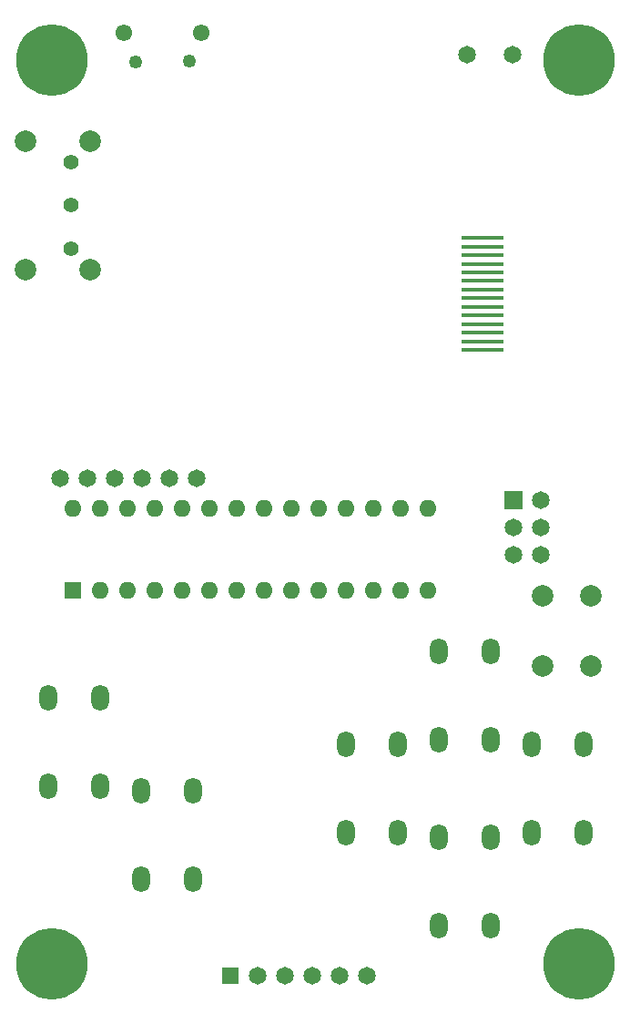
<source format=gbr>
G04 #@! TF.FileFunction,Soldermask,Bot*
%FSLAX46Y46*%
G04 Gerber Fmt 4.6, Leading zero omitted, Abs format (unit mm)*
G04 Created by KiCad (PCBNEW 4.0.7) date 03/24/18 20:50:43*
%MOMM*%
%LPD*%
G01*
G04 APERTURE LIST*
%ADD10C,0.100000*%
%ADD11C,1.250000*%
%ADD12C,1.550000*%
%ADD13C,2.000000*%
%ADD14O,1.651000X2.413000*%
%ADD15C,1.651000*%
%ADD16R,1.600000X1.600000*%
%ADD17O,1.600000X1.600000*%
%ADD18C,6.654800*%
%ADD19R,1.524000X1.524000*%
%ADD20R,1.651000X1.651000*%
%ADD21C,1.400000*%
%ADD22R,4.000000X0.400000*%
G04 APERTURE END LIST*
D10*
D11*
X37187500Y-29560500D03*
X42187500Y-29510500D03*
D12*
X36087500Y-26860500D03*
X43287500Y-26860500D03*
D13*
X79557000Y-85725000D03*
X75057000Y-85725000D03*
X79557000Y-79225000D03*
X75057000Y-79225000D03*
D14*
X33870600Y-96937000D03*
X29070600Y-96937000D03*
X33870600Y-88737000D03*
X29070600Y-88737000D03*
X42506600Y-105573000D03*
X37706600Y-105573000D03*
X42506600Y-97373000D03*
X37706600Y-97373000D03*
X65443400Y-84419000D03*
X70243400Y-84419000D03*
X65443400Y-92619000D03*
X70243400Y-92619000D03*
X65443400Y-101691000D03*
X70243400Y-101691000D03*
X65443400Y-109891000D03*
X70243400Y-109891000D03*
X74079400Y-93055000D03*
X78879400Y-93055000D03*
X74079400Y-101255000D03*
X78879400Y-101255000D03*
X61607400Y-101255000D03*
X56807400Y-101255000D03*
X61607400Y-93055000D03*
X56807400Y-93055000D03*
D15*
X68072000Y-28956000D03*
X42926000Y-68326000D03*
X40386000Y-68326000D03*
X37846000Y-68326000D03*
X35306000Y-68326000D03*
X32766000Y-68326000D03*
X30226000Y-68326000D03*
X72263000Y-28956000D03*
D16*
X31369000Y-78740000D03*
D17*
X64389000Y-71120000D03*
X33909000Y-78740000D03*
X61849000Y-71120000D03*
X36449000Y-78740000D03*
X59309000Y-71120000D03*
X38989000Y-78740000D03*
X56769000Y-71120000D03*
X41529000Y-78740000D03*
X54229000Y-71120000D03*
X44069000Y-78740000D03*
X51689000Y-71120000D03*
X46609000Y-78740000D03*
X49149000Y-71120000D03*
X49149000Y-78740000D03*
X46609000Y-71120000D03*
X51689000Y-78740000D03*
X44069000Y-71120000D03*
X54229000Y-78740000D03*
X41529000Y-71120000D03*
X56769000Y-78740000D03*
X38989000Y-71120000D03*
X59309000Y-78740000D03*
X36449000Y-71120000D03*
X61849000Y-78740000D03*
X33909000Y-71120000D03*
X64389000Y-78740000D03*
X31369000Y-71120000D03*
D18*
X29464000Y-29464000D03*
X78486000Y-29464000D03*
X29464000Y-113411000D03*
X78486000Y-113411000D03*
D19*
X46037500Y-114554000D03*
D15*
X48577500Y-114554000D03*
X51117500Y-114554000D03*
X53657500Y-114554000D03*
X56197500Y-114554000D03*
X58737500Y-114554000D03*
D20*
X72390000Y-70358000D03*
D15*
X74930000Y-70358000D03*
X72390000Y-72898000D03*
X74930000Y-72898000D03*
X72390000Y-75438000D03*
X74930000Y-75438000D03*
D21*
X31242000Y-42926000D03*
X31242000Y-46926000D03*
X31242000Y-38926000D03*
D13*
X32992000Y-36926000D03*
X32992000Y-48926000D03*
X26992000Y-48926000D03*
X26992000Y-36926000D03*
D22*
X69494400Y-51555600D03*
X69494400Y-52355600D03*
X69494400Y-53155600D03*
X69494400Y-53955600D03*
X69494400Y-54755600D03*
X69494400Y-55555600D03*
X69494400Y-56355600D03*
X69494400Y-50755600D03*
X69494400Y-49955600D03*
X69494400Y-49155600D03*
X69494400Y-48355600D03*
X69494400Y-47555600D03*
X69494400Y-46755600D03*
X69494400Y-45955600D03*
M02*

</source>
